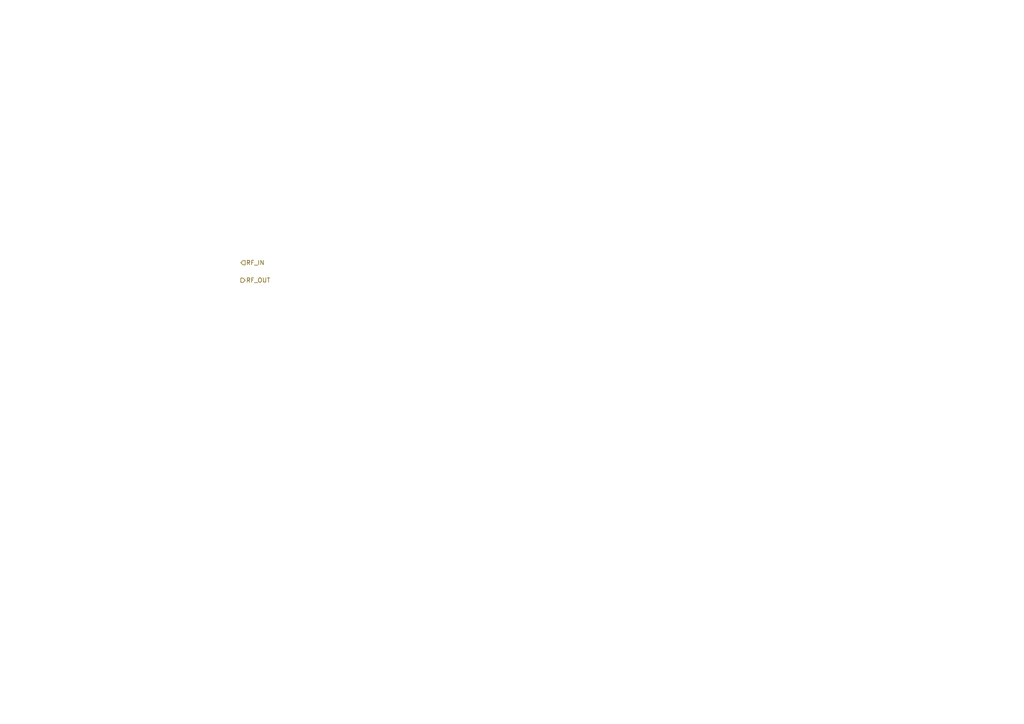
<source format=kicad_sch>
(kicad_sch
	(version 20231120)
	(generator "eeschema")
	(generator_version "8.0")
	(uuid "7a606512-0add-40f9-a459-6932ac4a5b84")
	(paper "A4")
	(lib_symbols)
	(hierarchical_label "RF_IN"
		(shape input)
		(at 69.85 76.2 0)
		(fields_autoplaced yes)
		(effects
			(font
				(size 1.27 1.27)
			)
			(justify left)
		)
		(uuid "439f2409-6b7a-44aa-a952-b16b6ce8fc1a")
	)
	(hierarchical_label "RF_OUT"
		(shape output)
		(at 69.85 81.28 0)
		(fields_autoplaced yes)
		(effects
			(font
				(size 1.27 1.27)
			)
			(justify left)
		)
		(uuid "f0f06b5d-57a1-4323-85ee-5a54e3fbe02d")
	)
)
</source>
